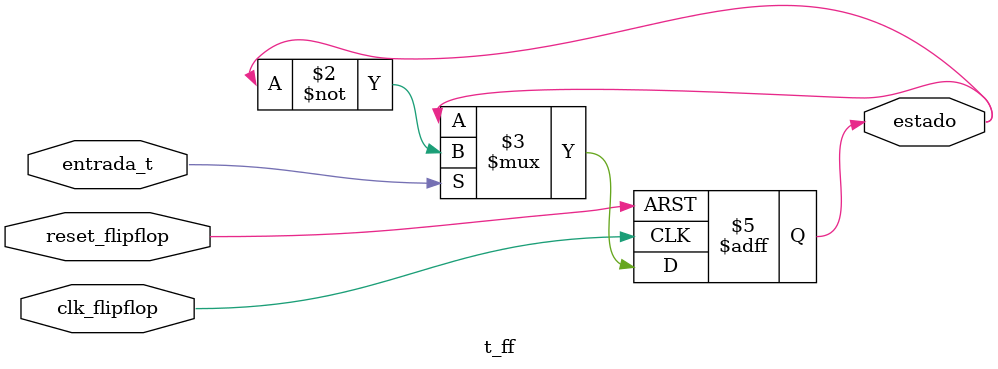
<source format=v>
/*
      Guia_1305.v  
      806937 - FELIPE PEREIRA DA SILVA
      ------------------------------------------------
      Compilar  => iverilog -o programa.vvp programa.v
      Executar  => vvp programa.vvp
*/
module Contador (

    output [2:0] saida,
    input clk_principal,
    input reset_principal
);

  t_ff flipflop0 (
      .q  (saida[0]),
      .t  (1'b1),
      .clk(clk_principal),
      .rst(reset_principal)
  );

  t_ff flipflop1 (
      .q  (saida[1]),
      .t  (saida[0]),
      .clk(clk_principal),
      .rst(reset_principal)
  );

  t_ff flipflop2 (
      .q  (saida[2]),
      .t  (saida[0] & saida[1]),
      .clk(clk_principal),
      .rst(reset_principal)
  );

  assign condicao_reset = (saida == 3'b111);

endmodule

module t_ff (
    output reg estado,
    input entrada_t,
    clk_flipflop,
    reset_flipflop
);
  always @(posedge clk_flipflop or posedge reset_flipflop) begin
    if (reset_flipflop) begin
      estado <= 1'b0;
    end else if (entrada_t) begin
      estado <= ~estado;
    end
  end
endmodule

</source>
